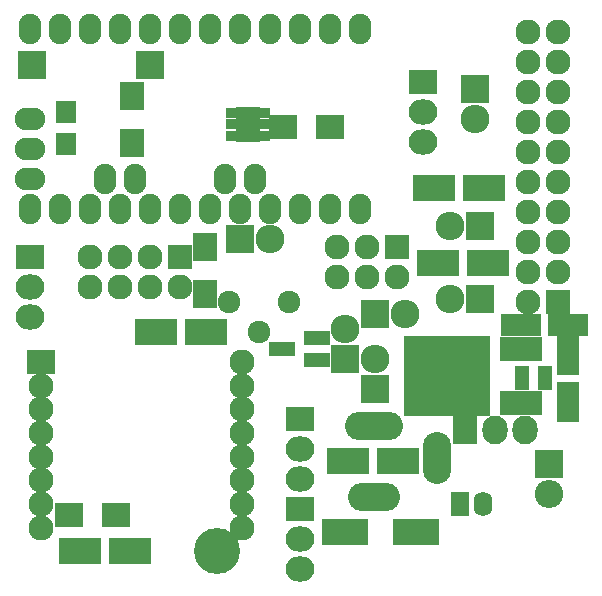
<source format=gbr>
G04 #@! TF.FileFunction,Soldermask,Bot*
%FSLAX46Y46*%
G04 Gerber Fmt 4.6, Leading zero omitted, Abs format (unit mm)*
G04 Created by KiCad (PCBNEW 0.201509101502+6177~30~ubuntu14.04.1-product) date Sat 12 Sep 2015 10:16:40 PM CEST*
%MOMM*%
G01*
G04 APERTURE LIST*
%ADD10C,0.100000*%
%ADD11R,3.600400X2.000200*%
%ADD12R,7.400240X6.899860*%
%ADD13O,1.901140X2.599640*%
%ADD14O,2.599640X1.901140*%
%ADD15O,2.127200X2.127200*%
%ADD16R,2.127200X2.127200*%
%ADD17C,1.924000*%
%ADD18R,2.432000X2.127200*%
%ADD19O,2.432000X2.127200*%
%ADD20R,1.030000X0.850000*%
%ADD21R,1.250000X1.700000*%
%ADD22R,1.700000X1.900000*%
%ADD23R,2.200860X1.200100*%
%ADD24R,2.432000X2.432000*%
%ADD25O,2.432000X2.432000*%
%ADD26R,2.127200X2.432000*%
%ADD27O,2.127200X2.432000*%
%ADD28R,2.400000X2.000000*%
%ADD29R,2.000000X2.400000*%
%ADD30R,3.549600X2.200860*%
%ADD31R,2.398980X2.398980*%
%ADD32R,1.901140X3.399740*%
%ADD33R,3.399740X1.901140*%
%ADD34R,3.900120X2.200860*%
%ADD35O,2.398980X2.398980*%
%ADD36R,1.598880X2.099260*%
%ADD37O,1.598880X2.099260*%
%ADD38O,2.398980X4.400500*%
%ADD39O,4.400500X2.398980*%
%ADD40O,4.900880X2.398980*%
%ADD41C,3.900120*%
%ADD42R,2.400000X2.127200*%
%ADD43C,2.127200*%
%ADD44R,1.149300X0.798780*%
G04 APERTURE END LIST*
D10*
D11*
X44145200Y-29575760D03*
X44145200Y-34178240D03*
D12*
X37896800Y-31877000D03*
D13*
X11430000Y-15240000D03*
X8890000Y-15240000D03*
X30480000Y-2540000D03*
X27940000Y-2540000D03*
X25400000Y-2540000D03*
X22860000Y-2540000D03*
X20320000Y-2540000D03*
X17780000Y-2540000D03*
X15240000Y-2540000D03*
X12700000Y-2540000D03*
X10160000Y-2540000D03*
X7620000Y-2540000D03*
X5080000Y-2540000D03*
X2540000Y-2540000D03*
X2540000Y-17780000D03*
X5080000Y-17780000D03*
X7620000Y-17780000D03*
X10160000Y-17780000D03*
X12700000Y-17780000D03*
X15240000Y-17780000D03*
X17780000Y-17780000D03*
X20320000Y-17780000D03*
X22860000Y-17780000D03*
X25400000Y-17780000D03*
X27940000Y-17780000D03*
X30480000Y-17780000D03*
X19050000Y-15240000D03*
X21590000Y-15240000D03*
D14*
X2540000Y-15240000D03*
X2540000Y-12700000D03*
X2540000Y-10160000D03*
D15*
X44704000Y-2794000D03*
X47244000Y-2794000D03*
X44704000Y-5334000D03*
X47244000Y-5334000D03*
X44704000Y-7874000D03*
X47244000Y-7874000D03*
X44704000Y-10414000D03*
X47244000Y-10414000D03*
X44704000Y-12954000D03*
X47244000Y-12954000D03*
X44704000Y-15494000D03*
X47244000Y-15494000D03*
D16*
X47244000Y-25654000D03*
D15*
X44704000Y-25654000D03*
X47244000Y-23114000D03*
X44704000Y-23114000D03*
X47244000Y-20574000D03*
X44704000Y-20574000D03*
X47244000Y-18034000D03*
X44704000Y-18034000D03*
D17*
X21945600Y-28143200D03*
X19405600Y-25603200D03*
X24485600Y-25603200D03*
D18*
X35814000Y-6985000D03*
D19*
X35814000Y-9525000D03*
X35814000Y-12065000D03*
D20*
X19678500Y-11554500D03*
X19678500Y-10604500D03*
X19678500Y-9654500D03*
X22358500Y-9654500D03*
X22358500Y-10604500D03*
X22358500Y-11554500D03*
D21*
X21443500Y-9954500D03*
X21443500Y-11254500D03*
X20593500Y-9954500D03*
X20593500Y-11254500D03*
D22*
X5588000Y-9572000D03*
X5588000Y-12272000D03*
D23*
X26901140Y-28641000D03*
X26901140Y-30541000D03*
X23898860Y-29591000D03*
D18*
X25400000Y-43180000D03*
D19*
X25400000Y-45720000D03*
X25400000Y-48260000D03*
D18*
X25400000Y-35560000D03*
D19*
X25400000Y-38100000D03*
X25400000Y-40640000D03*
D16*
X33655000Y-20955000D03*
D15*
X33655000Y-23495000D03*
X31115000Y-20955000D03*
X31115000Y-23495000D03*
X28575000Y-20955000D03*
X28575000Y-23495000D03*
D24*
X20320000Y-20320000D03*
D25*
X22860000Y-20320000D03*
D18*
X2540000Y-21844000D03*
D19*
X2540000Y-24384000D03*
X2540000Y-26924000D03*
D24*
X40640000Y-25400000D03*
D25*
X38100000Y-25400000D03*
D24*
X40259000Y-7620000D03*
D25*
X40259000Y-10160000D03*
D24*
X40640000Y-19177000D03*
D25*
X38100000Y-19177000D03*
D24*
X29210000Y-30480000D03*
D25*
X29210000Y-27940000D03*
D24*
X31750000Y-26670000D03*
D25*
X34290000Y-26670000D03*
D26*
X39370000Y-36449000D03*
D27*
X41910000Y-36449000D03*
X44450000Y-36449000D03*
D24*
X31750000Y-33020000D03*
D25*
X31750000Y-30480000D03*
D28*
X24003000Y-10795000D03*
X28003000Y-10795000D03*
D29*
X11176000Y-12160000D03*
X11176000Y-8160000D03*
X17399000Y-20987000D03*
X17399000Y-24987000D03*
D30*
X17492980Y-28168600D03*
X13241020Y-28168600D03*
X36736020Y-16002000D03*
X40987980Y-16002000D03*
X37117020Y-22352000D03*
X41368980Y-22352000D03*
D28*
X9874000Y-43688000D03*
X5874000Y-43688000D03*
D30*
X11015980Y-46736000D03*
X6764020Y-46736000D03*
D31*
X12748260Y-5588000D03*
X2745740Y-5588000D03*
D32*
X48133000Y-30132020D03*
X48133000Y-34129980D03*
D33*
X48099980Y-27559000D03*
X44102020Y-27559000D03*
D30*
X29497020Y-39116000D03*
X33748980Y-39116000D03*
D34*
X29258260Y-45085000D03*
X35257740Y-45085000D03*
D35*
X46482000Y-41910000D03*
D31*
X46482000Y-39370000D03*
D36*
X38940740Y-42735500D03*
D37*
X40942260Y-42735500D03*
D38*
X36987480Y-38854380D03*
D39*
X31686500Y-42105580D03*
D40*
X31686500Y-36103560D03*
D41*
X18415000Y-46736000D03*
D15*
X7620000Y-21844000D03*
X7620000Y-24384000D03*
X10160000Y-21844000D03*
X10160000Y-24384000D03*
X12700000Y-21844000D03*
X12700000Y-24384000D03*
D16*
X15240000Y-21844000D03*
D15*
X15240000Y-24384000D03*
D42*
X3456000Y-30734000D03*
D43*
X3456000Y-32734000D03*
X3456000Y-34734000D03*
X3456000Y-36734000D03*
X3456000Y-38734000D03*
X3456000Y-40734000D03*
X3456000Y-42734000D03*
X3456000Y-44734000D03*
X20556000Y-44734000D03*
X20556000Y-42734000D03*
X20556000Y-40734000D03*
X20556000Y-38734000D03*
X20556000Y-36734000D03*
X20556000Y-34734000D03*
X20556000Y-32734000D03*
X20556000Y-30734000D03*
D44*
X46161960Y-31404560D03*
X46161960Y-32054800D03*
X46161960Y-32705040D03*
X44262040Y-32705040D03*
X44262040Y-32054800D03*
X44262040Y-31404560D03*
M02*

</source>
